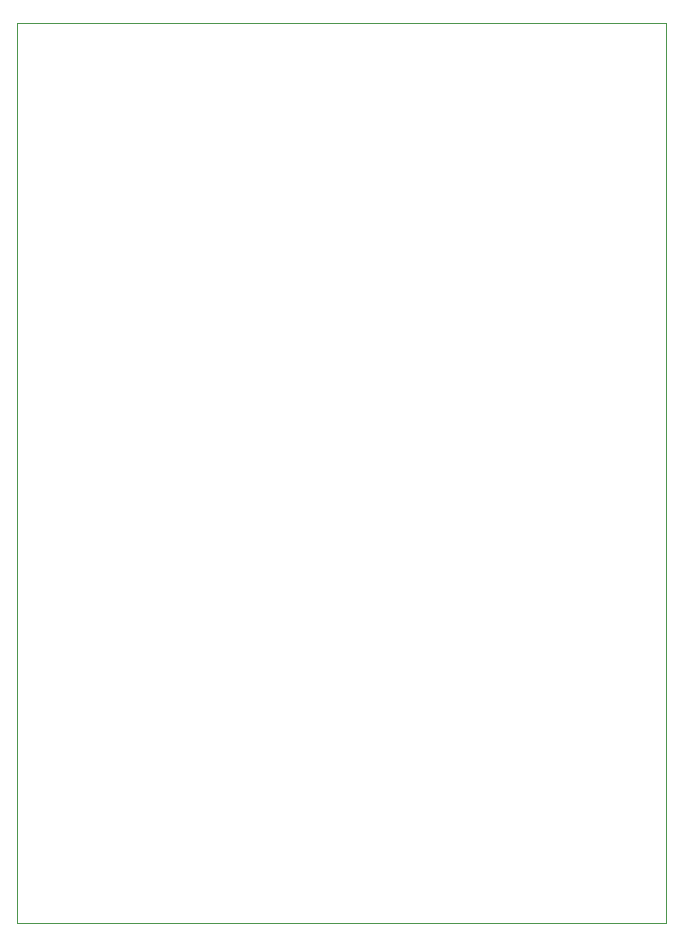
<source format=gm1>
%TF.GenerationSoftware,KiCad,Pcbnew,(5.1.4)-1*%
%TF.CreationDate,2021-09-05T23:43:36-04:00*%
%TF.ProjectId,dual_lm317,6475616c-5f6c-46d3-9331-372e6b696361,rev?*%
%TF.SameCoordinates,Original*%
%TF.FileFunction,Profile,NP*%
%FSLAX46Y46*%
G04 Gerber Fmt 4.6, Leading zero omitted, Abs format (unit mm)*
G04 Created by KiCad (PCBNEW (5.1.4)-1) date 2021-09-05 23:43:36*
%MOMM*%
%LPD*%
G04 APERTURE LIST*
%ADD10C,0.050000*%
G04 APERTURE END LIST*
D10*
X157500000Y-97500000D02*
X157500000Y-123750000D01*
X102500000Y-97500000D02*
X102500000Y-123750000D01*
X157500000Y-47500000D02*
X157500000Y-72500000D01*
X102500000Y-47500000D02*
X157500000Y-47500000D01*
X102500000Y-72500000D02*
X102500000Y-47500000D01*
X102500000Y-123750000D02*
X157500000Y-123750000D01*
X102500000Y-97500000D02*
X102500000Y-72500000D01*
X157500000Y-72500000D02*
X157500000Y-97500000D01*
M02*

</source>
